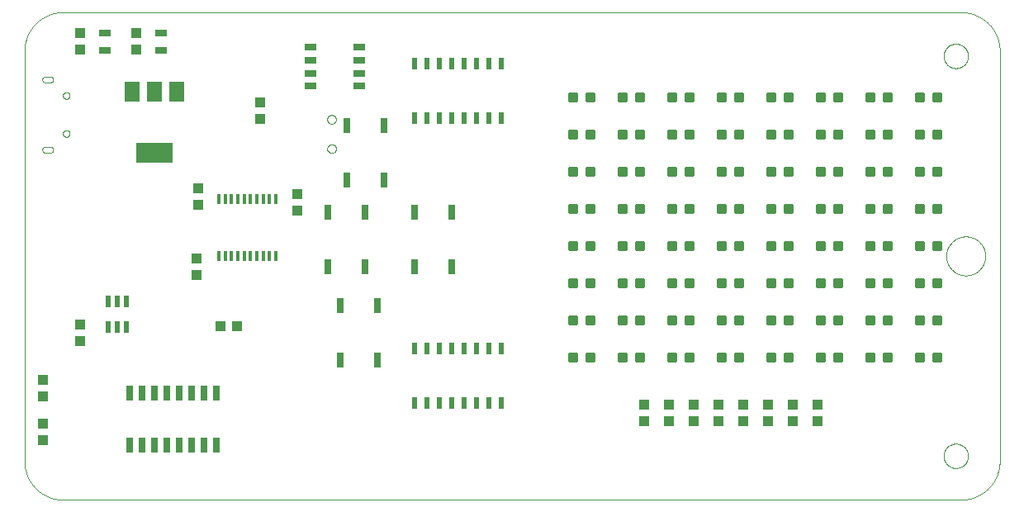
<source format=gtp>
G75*
%MOIN*%
%OFA0B0*%
%FSLAX25Y25*%
%IPPOS*%
%LPD*%
%AMOC8*
5,1,8,0,0,1.08239X$1,22.5*
%
%ADD10C,0.00000*%
%ADD11C,0.01181*%
%ADD12R,0.03937X0.04331*%
%ADD13R,0.02500X0.06000*%
%ADD14R,0.05900X0.07900*%
%ADD15R,0.15000X0.07900*%
%ADD16R,0.04724X0.03150*%
%ADD17R,0.01200X0.03900*%
%ADD18R,0.02362X0.04724*%
%ADD19R,0.03000X0.06000*%
%ADD20R,0.02165X0.04724*%
%ADD21R,0.04331X0.03937*%
%ADD22R,0.05000X0.02500*%
D10*
X0020048Y0004300D02*
X0382253Y0004300D01*
X0382634Y0004305D01*
X0383014Y0004318D01*
X0383394Y0004341D01*
X0383773Y0004374D01*
X0384151Y0004415D01*
X0384528Y0004465D01*
X0384904Y0004525D01*
X0385279Y0004593D01*
X0385651Y0004671D01*
X0386022Y0004758D01*
X0386390Y0004853D01*
X0386756Y0004958D01*
X0387119Y0005071D01*
X0387480Y0005193D01*
X0387837Y0005323D01*
X0388191Y0005463D01*
X0388542Y0005610D01*
X0388889Y0005767D01*
X0389232Y0005931D01*
X0389571Y0006104D01*
X0389906Y0006285D01*
X0390237Y0006474D01*
X0390562Y0006671D01*
X0390883Y0006875D01*
X0391199Y0007088D01*
X0391509Y0007308D01*
X0391815Y0007535D01*
X0392114Y0007770D01*
X0392408Y0008012D01*
X0392696Y0008260D01*
X0392978Y0008516D01*
X0393253Y0008779D01*
X0393522Y0009048D01*
X0393785Y0009323D01*
X0394041Y0009605D01*
X0394289Y0009893D01*
X0394531Y0010187D01*
X0394766Y0010486D01*
X0394993Y0010792D01*
X0395213Y0011102D01*
X0395426Y0011418D01*
X0395630Y0011739D01*
X0395827Y0012064D01*
X0396016Y0012395D01*
X0396197Y0012730D01*
X0396370Y0013069D01*
X0396534Y0013412D01*
X0396691Y0013759D01*
X0396838Y0014110D01*
X0396978Y0014464D01*
X0397108Y0014821D01*
X0397230Y0015182D01*
X0397343Y0015545D01*
X0397448Y0015911D01*
X0397543Y0016279D01*
X0397630Y0016650D01*
X0397708Y0017022D01*
X0397776Y0017397D01*
X0397836Y0017773D01*
X0397886Y0018150D01*
X0397927Y0018528D01*
X0397960Y0018907D01*
X0397983Y0019287D01*
X0397996Y0019667D01*
X0398001Y0020048D01*
X0398001Y0185402D01*
X0397996Y0185783D01*
X0397983Y0186163D01*
X0397960Y0186543D01*
X0397927Y0186922D01*
X0397886Y0187300D01*
X0397836Y0187677D01*
X0397776Y0188053D01*
X0397708Y0188428D01*
X0397630Y0188800D01*
X0397543Y0189171D01*
X0397448Y0189539D01*
X0397343Y0189905D01*
X0397230Y0190268D01*
X0397108Y0190629D01*
X0396978Y0190986D01*
X0396838Y0191340D01*
X0396691Y0191691D01*
X0396534Y0192038D01*
X0396370Y0192381D01*
X0396197Y0192720D01*
X0396016Y0193055D01*
X0395827Y0193386D01*
X0395630Y0193711D01*
X0395426Y0194032D01*
X0395213Y0194348D01*
X0394993Y0194658D01*
X0394766Y0194964D01*
X0394531Y0195263D01*
X0394289Y0195557D01*
X0394041Y0195845D01*
X0393785Y0196127D01*
X0393522Y0196402D01*
X0393253Y0196671D01*
X0392978Y0196934D01*
X0392696Y0197190D01*
X0392408Y0197438D01*
X0392114Y0197680D01*
X0391815Y0197915D01*
X0391509Y0198142D01*
X0391199Y0198362D01*
X0390883Y0198575D01*
X0390562Y0198779D01*
X0390237Y0198976D01*
X0389906Y0199165D01*
X0389571Y0199346D01*
X0389232Y0199519D01*
X0388889Y0199683D01*
X0388542Y0199840D01*
X0388191Y0199987D01*
X0387837Y0200127D01*
X0387480Y0200257D01*
X0387119Y0200379D01*
X0386756Y0200492D01*
X0386390Y0200597D01*
X0386022Y0200692D01*
X0385651Y0200779D01*
X0385279Y0200857D01*
X0384904Y0200925D01*
X0384528Y0200985D01*
X0384151Y0201035D01*
X0383773Y0201076D01*
X0383394Y0201109D01*
X0383014Y0201132D01*
X0382634Y0201145D01*
X0382253Y0201150D01*
X0020048Y0201150D01*
X0019667Y0201145D01*
X0019287Y0201132D01*
X0018907Y0201109D01*
X0018528Y0201076D01*
X0018150Y0201035D01*
X0017773Y0200985D01*
X0017397Y0200925D01*
X0017022Y0200857D01*
X0016650Y0200779D01*
X0016279Y0200692D01*
X0015911Y0200597D01*
X0015545Y0200492D01*
X0015182Y0200379D01*
X0014821Y0200257D01*
X0014464Y0200127D01*
X0014110Y0199987D01*
X0013759Y0199840D01*
X0013412Y0199683D01*
X0013069Y0199519D01*
X0012730Y0199346D01*
X0012395Y0199165D01*
X0012064Y0198976D01*
X0011739Y0198779D01*
X0011418Y0198575D01*
X0011102Y0198362D01*
X0010792Y0198142D01*
X0010486Y0197915D01*
X0010187Y0197680D01*
X0009893Y0197438D01*
X0009605Y0197190D01*
X0009323Y0196934D01*
X0009048Y0196671D01*
X0008779Y0196402D01*
X0008516Y0196127D01*
X0008260Y0195845D01*
X0008012Y0195557D01*
X0007770Y0195263D01*
X0007535Y0194964D01*
X0007308Y0194658D01*
X0007088Y0194348D01*
X0006875Y0194032D01*
X0006671Y0193711D01*
X0006474Y0193386D01*
X0006285Y0193055D01*
X0006104Y0192720D01*
X0005931Y0192381D01*
X0005767Y0192038D01*
X0005610Y0191691D01*
X0005463Y0191340D01*
X0005323Y0190986D01*
X0005193Y0190629D01*
X0005071Y0190268D01*
X0004958Y0189905D01*
X0004853Y0189539D01*
X0004758Y0189171D01*
X0004671Y0188800D01*
X0004593Y0188428D01*
X0004525Y0188053D01*
X0004465Y0187677D01*
X0004415Y0187300D01*
X0004374Y0186922D01*
X0004341Y0186543D01*
X0004318Y0186163D01*
X0004305Y0185783D01*
X0004300Y0185402D01*
X0004300Y0020048D01*
X0004305Y0019667D01*
X0004318Y0019287D01*
X0004341Y0018907D01*
X0004374Y0018528D01*
X0004415Y0018150D01*
X0004465Y0017773D01*
X0004525Y0017397D01*
X0004593Y0017022D01*
X0004671Y0016650D01*
X0004758Y0016279D01*
X0004853Y0015911D01*
X0004958Y0015545D01*
X0005071Y0015182D01*
X0005193Y0014821D01*
X0005323Y0014464D01*
X0005463Y0014110D01*
X0005610Y0013759D01*
X0005767Y0013412D01*
X0005931Y0013069D01*
X0006104Y0012730D01*
X0006285Y0012395D01*
X0006474Y0012064D01*
X0006671Y0011739D01*
X0006875Y0011418D01*
X0007088Y0011102D01*
X0007308Y0010792D01*
X0007535Y0010486D01*
X0007770Y0010187D01*
X0008012Y0009893D01*
X0008260Y0009605D01*
X0008516Y0009323D01*
X0008779Y0009048D01*
X0009048Y0008779D01*
X0009323Y0008516D01*
X0009605Y0008260D01*
X0009893Y0008012D01*
X0010187Y0007770D01*
X0010486Y0007535D01*
X0010792Y0007308D01*
X0011102Y0007088D01*
X0011418Y0006875D01*
X0011739Y0006671D01*
X0012064Y0006474D01*
X0012395Y0006285D01*
X0012730Y0006104D01*
X0013069Y0005931D01*
X0013412Y0005767D01*
X0013759Y0005610D01*
X0014110Y0005463D01*
X0014464Y0005323D01*
X0014821Y0005193D01*
X0015182Y0005071D01*
X0015545Y0004958D01*
X0015911Y0004853D01*
X0016279Y0004758D01*
X0016650Y0004671D01*
X0017022Y0004593D01*
X0017397Y0004525D01*
X0017773Y0004465D01*
X0018150Y0004415D01*
X0018528Y0004374D01*
X0018907Y0004341D01*
X0019287Y0004318D01*
X0019667Y0004305D01*
X0020048Y0004300D01*
X0014930Y0144457D02*
X0012568Y0144457D01*
X0012502Y0144465D01*
X0012438Y0144477D01*
X0012374Y0144493D01*
X0012311Y0144512D01*
X0012250Y0144536D01*
X0012190Y0144563D01*
X0012132Y0144593D01*
X0012076Y0144627D01*
X0012022Y0144664D01*
X0011970Y0144705D01*
X0011921Y0144749D01*
X0011874Y0144795D01*
X0011831Y0144844D01*
X0011790Y0144896D01*
X0011753Y0144950D01*
X0011719Y0145006D01*
X0011689Y0145064D01*
X0011662Y0145124D01*
X0011638Y0145185D01*
X0011619Y0145248D01*
X0011603Y0145312D01*
X0011591Y0145376D01*
X0011583Y0145442D01*
X0011579Y0145507D01*
X0011579Y0145573D01*
X0011583Y0145638D01*
X0011583Y0145639D02*
X0011579Y0145704D01*
X0011579Y0145770D01*
X0011583Y0145835D01*
X0011591Y0145901D01*
X0011603Y0145965D01*
X0011619Y0146029D01*
X0011638Y0146092D01*
X0011662Y0146153D01*
X0011689Y0146213D01*
X0011719Y0146271D01*
X0011753Y0146327D01*
X0011790Y0146381D01*
X0011831Y0146433D01*
X0011874Y0146482D01*
X0011921Y0146528D01*
X0011970Y0146572D01*
X0012022Y0146613D01*
X0012076Y0146650D01*
X0012132Y0146684D01*
X0012190Y0146714D01*
X0012250Y0146741D01*
X0012311Y0146765D01*
X0012374Y0146784D01*
X0012438Y0146800D01*
X0012502Y0146812D01*
X0012568Y0146820D01*
X0014930Y0146820D01*
X0014929Y0146820D02*
X0014992Y0146812D01*
X0015054Y0146801D01*
X0015116Y0146786D01*
X0015176Y0146768D01*
X0015236Y0146746D01*
X0015294Y0146721D01*
X0015350Y0146692D01*
X0015405Y0146660D01*
X0015457Y0146625D01*
X0015508Y0146587D01*
X0015556Y0146547D01*
X0015602Y0146503D01*
X0015645Y0146457D01*
X0015686Y0146408D01*
X0015724Y0146357D01*
X0015758Y0146305D01*
X0015790Y0146250D01*
X0015818Y0146193D01*
X0015843Y0146135D01*
X0015864Y0146075D01*
X0015882Y0146015D01*
X0015896Y0145953D01*
X0015907Y0145891D01*
X0015914Y0145828D01*
X0015918Y0145765D01*
X0015917Y0145702D01*
X0015914Y0145639D01*
X0015914Y0145638D02*
X0015917Y0145575D01*
X0015918Y0145512D01*
X0015914Y0145449D01*
X0015907Y0145386D01*
X0015896Y0145324D01*
X0015882Y0145262D01*
X0015864Y0145202D01*
X0015843Y0145142D01*
X0015818Y0145084D01*
X0015790Y0145027D01*
X0015758Y0144972D01*
X0015724Y0144920D01*
X0015686Y0144869D01*
X0015645Y0144820D01*
X0015602Y0144774D01*
X0015556Y0144730D01*
X0015508Y0144690D01*
X0015457Y0144652D01*
X0015405Y0144617D01*
X0015350Y0144585D01*
X0015294Y0144556D01*
X0015236Y0144531D01*
X0015176Y0144509D01*
X0015116Y0144491D01*
X0015054Y0144476D01*
X0014992Y0144465D01*
X0014929Y0144457D01*
X0019851Y0152135D02*
X0019853Y0152209D01*
X0019859Y0152283D01*
X0019869Y0152356D01*
X0019883Y0152429D01*
X0019900Y0152501D01*
X0019922Y0152571D01*
X0019947Y0152641D01*
X0019976Y0152709D01*
X0020009Y0152775D01*
X0020045Y0152840D01*
X0020085Y0152902D01*
X0020127Y0152963D01*
X0020173Y0153021D01*
X0020222Y0153076D01*
X0020274Y0153129D01*
X0020329Y0153179D01*
X0020386Y0153225D01*
X0020446Y0153269D01*
X0020508Y0153309D01*
X0020572Y0153346D01*
X0020638Y0153380D01*
X0020706Y0153410D01*
X0020775Y0153436D01*
X0020846Y0153459D01*
X0020917Y0153477D01*
X0020990Y0153492D01*
X0021063Y0153503D01*
X0021137Y0153510D01*
X0021211Y0153513D01*
X0021284Y0153512D01*
X0021358Y0153507D01*
X0021432Y0153498D01*
X0021505Y0153485D01*
X0021577Y0153468D01*
X0021648Y0153448D01*
X0021718Y0153423D01*
X0021786Y0153395D01*
X0021853Y0153364D01*
X0021918Y0153328D01*
X0021981Y0153290D01*
X0022042Y0153248D01*
X0022101Y0153202D01*
X0022157Y0153154D01*
X0022210Y0153103D01*
X0022260Y0153049D01*
X0022308Y0152992D01*
X0022352Y0152933D01*
X0022394Y0152871D01*
X0022432Y0152808D01*
X0022466Y0152742D01*
X0022497Y0152675D01*
X0022524Y0152606D01*
X0022547Y0152536D01*
X0022567Y0152465D01*
X0022583Y0152392D01*
X0022595Y0152319D01*
X0022603Y0152246D01*
X0022607Y0152172D01*
X0022607Y0152098D01*
X0022603Y0152024D01*
X0022595Y0151951D01*
X0022583Y0151878D01*
X0022567Y0151805D01*
X0022547Y0151734D01*
X0022524Y0151664D01*
X0022497Y0151595D01*
X0022466Y0151528D01*
X0022432Y0151462D01*
X0022394Y0151399D01*
X0022352Y0151337D01*
X0022308Y0151278D01*
X0022260Y0151221D01*
X0022210Y0151167D01*
X0022157Y0151116D01*
X0022101Y0151068D01*
X0022042Y0151022D01*
X0021981Y0150980D01*
X0021918Y0150942D01*
X0021853Y0150906D01*
X0021786Y0150875D01*
X0021718Y0150847D01*
X0021648Y0150822D01*
X0021577Y0150802D01*
X0021505Y0150785D01*
X0021432Y0150772D01*
X0021358Y0150763D01*
X0021284Y0150758D01*
X0021211Y0150757D01*
X0021137Y0150760D01*
X0021063Y0150767D01*
X0020990Y0150778D01*
X0020917Y0150793D01*
X0020846Y0150811D01*
X0020775Y0150834D01*
X0020706Y0150860D01*
X0020638Y0150890D01*
X0020572Y0150924D01*
X0020508Y0150961D01*
X0020446Y0151001D01*
X0020386Y0151045D01*
X0020329Y0151091D01*
X0020274Y0151141D01*
X0020222Y0151194D01*
X0020173Y0151249D01*
X0020127Y0151307D01*
X0020085Y0151368D01*
X0020045Y0151430D01*
X0020009Y0151495D01*
X0019976Y0151561D01*
X0019947Y0151629D01*
X0019922Y0151699D01*
X0019900Y0151769D01*
X0019883Y0151841D01*
X0019869Y0151914D01*
X0019859Y0151987D01*
X0019853Y0152061D01*
X0019851Y0152135D01*
X0019851Y0167489D02*
X0019853Y0167563D01*
X0019859Y0167637D01*
X0019869Y0167710D01*
X0019883Y0167783D01*
X0019900Y0167855D01*
X0019922Y0167925D01*
X0019947Y0167995D01*
X0019976Y0168063D01*
X0020009Y0168129D01*
X0020045Y0168194D01*
X0020085Y0168256D01*
X0020127Y0168317D01*
X0020173Y0168375D01*
X0020222Y0168430D01*
X0020274Y0168483D01*
X0020329Y0168533D01*
X0020386Y0168579D01*
X0020446Y0168623D01*
X0020508Y0168663D01*
X0020572Y0168700D01*
X0020638Y0168734D01*
X0020706Y0168764D01*
X0020775Y0168790D01*
X0020846Y0168813D01*
X0020917Y0168831D01*
X0020990Y0168846D01*
X0021063Y0168857D01*
X0021137Y0168864D01*
X0021211Y0168867D01*
X0021284Y0168866D01*
X0021358Y0168861D01*
X0021432Y0168852D01*
X0021505Y0168839D01*
X0021577Y0168822D01*
X0021648Y0168802D01*
X0021718Y0168777D01*
X0021786Y0168749D01*
X0021853Y0168718D01*
X0021918Y0168682D01*
X0021981Y0168644D01*
X0022042Y0168602D01*
X0022101Y0168556D01*
X0022157Y0168508D01*
X0022210Y0168457D01*
X0022260Y0168403D01*
X0022308Y0168346D01*
X0022352Y0168287D01*
X0022394Y0168225D01*
X0022432Y0168162D01*
X0022466Y0168096D01*
X0022497Y0168029D01*
X0022524Y0167960D01*
X0022547Y0167890D01*
X0022567Y0167819D01*
X0022583Y0167746D01*
X0022595Y0167673D01*
X0022603Y0167600D01*
X0022607Y0167526D01*
X0022607Y0167452D01*
X0022603Y0167378D01*
X0022595Y0167305D01*
X0022583Y0167232D01*
X0022567Y0167159D01*
X0022547Y0167088D01*
X0022524Y0167018D01*
X0022497Y0166949D01*
X0022466Y0166882D01*
X0022432Y0166816D01*
X0022394Y0166753D01*
X0022352Y0166691D01*
X0022308Y0166632D01*
X0022260Y0166575D01*
X0022210Y0166521D01*
X0022157Y0166470D01*
X0022101Y0166422D01*
X0022042Y0166376D01*
X0021981Y0166334D01*
X0021918Y0166296D01*
X0021853Y0166260D01*
X0021786Y0166229D01*
X0021718Y0166201D01*
X0021648Y0166176D01*
X0021577Y0166156D01*
X0021505Y0166139D01*
X0021432Y0166126D01*
X0021358Y0166117D01*
X0021284Y0166112D01*
X0021211Y0166111D01*
X0021137Y0166114D01*
X0021063Y0166121D01*
X0020990Y0166132D01*
X0020917Y0166147D01*
X0020846Y0166165D01*
X0020775Y0166188D01*
X0020706Y0166214D01*
X0020638Y0166244D01*
X0020572Y0166278D01*
X0020508Y0166315D01*
X0020446Y0166355D01*
X0020386Y0166399D01*
X0020329Y0166445D01*
X0020274Y0166495D01*
X0020222Y0166548D01*
X0020173Y0166603D01*
X0020127Y0166661D01*
X0020085Y0166722D01*
X0020045Y0166784D01*
X0020009Y0166849D01*
X0019976Y0166915D01*
X0019947Y0166983D01*
X0019922Y0167053D01*
X0019900Y0167123D01*
X0019883Y0167195D01*
X0019869Y0167268D01*
X0019859Y0167341D01*
X0019853Y0167415D01*
X0019851Y0167489D01*
X0014930Y0172804D02*
X0012568Y0172804D01*
X0012502Y0172812D01*
X0012438Y0172824D01*
X0012374Y0172840D01*
X0012311Y0172859D01*
X0012250Y0172883D01*
X0012190Y0172910D01*
X0012132Y0172940D01*
X0012076Y0172974D01*
X0012022Y0173011D01*
X0011970Y0173052D01*
X0011921Y0173096D01*
X0011874Y0173142D01*
X0011831Y0173191D01*
X0011790Y0173243D01*
X0011753Y0173297D01*
X0011719Y0173353D01*
X0011689Y0173411D01*
X0011662Y0173471D01*
X0011638Y0173532D01*
X0011619Y0173595D01*
X0011603Y0173659D01*
X0011591Y0173723D01*
X0011583Y0173789D01*
X0011579Y0173854D01*
X0011579Y0173920D01*
X0011583Y0173985D01*
X0011579Y0174050D01*
X0011579Y0174116D01*
X0011583Y0174181D01*
X0011591Y0174247D01*
X0011603Y0174311D01*
X0011619Y0174375D01*
X0011638Y0174438D01*
X0011662Y0174499D01*
X0011689Y0174559D01*
X0011719Y0174617D01*
X0011753Y0174673D01*
X0011790Y0174727D01*
X0011831Y0174779D01*
X0011874Y0174828D01*
X0011921Y0174874D01*
X0011970Y0174918D01*
X0012022Y0174959D01*
X0012076Y0174996D01*
X0012132Y0175030D01*
X0012190Y0175060D01*
X0012250Y0175087D01*
X0012311Y0175111D01*
X0012374Y0175130D01*
X0012438Y0175146D01*
X0012502Y0175158D01*
X0012568Y0175166D01*
X0014930Y0175166D01*
X0014929Y0175166D02*
X0014992Y0175158D01*
X0015054Y0175147D01*
X0015116Y0175132D01*
X0015176Y0175114D01*
X0015236Y0175092D01*
X0015294Y0175067D01*
X0015350Y0175038D01*
X0015405Y0175006D01*
X0015457Y0174971D01*
X0015508Y0174933D01*
X0015556Y0174893D01*
X0015602Y0174849D01*
X0015645Y0174803D01*
X0015686Y0174754D01*
X0015724Y0174703D01*
X0015758Y0174651D01*
X0015790Y0174596D01*
X0015818Y0174539D01*
X0015843Y0174481D01*
X0015864Y0174421D01*
X0015882Y0174361D01*
X0015896Y0174299D01*
X0015907Y0174237D01*
X0015914Y0174174D01*
X0015918Y0174111D01*
X0015917Y0174048D01*
X0015914Y0173985D01*
X0015917Y0173922D01*
X0015918Y0173859D01*
X0015914Y0173796D01*
X0015907Y0173733D01*
X0015896Y0173671D01*
X0015882Y0173609D01*
X0015864Y0173549D01*
X0015843Y0173489D01*
X0015818Y0173431D01*
X0015790Y0173374D01*
X0015758Y0173319D01*
X0015724Y0173267D01*
X0015686Y0173216D01*
X0015645Y0173167D01*
X0015602Y0173121D01*
X0015556Y0173077D01*
X0015508Y0173037D01*
X0015457Y0172999D01*
X0015405Y0172964D01*
X0015350Y0172932D01*
X0015294Y0172903D01*
X0015236Y0172878D01*
X0015176Y0172856D01*
X0015116Y0172838D01*
X0015054Y0172823D01*
X0014992Y0172812D01*
X0014929Y0172804D01*
X0126544Y0157843D02*
X0126546Y0157927D01*
X0126552Y0158010D01*
X0126562Y0158093D01*
X0126576Y0158176D01*
X0126593Y0158258D01*
X0126615Y0158339D01*
X0126640Y0158418D01*
X0126669Y0158497D01*
X0126702Y0158574D01*
X0126738Y0158649D01*
X0126778Y0158723D01*
X0126821Y0158795D01*
X0126868Y0158864D01*
X0126918Y0158931D01*
X0126971Y0158996D01*
X0127027Y0159058D01*
X0127085Y0159118D01*
X0127147Y0159175D01*
X0127211Y0159228D01*
X0127278Y0159279D01*
X0127347Y0159326D01*
X0127418Y0159371D01*
X0127491Y0159411D01*
X0127566Y0159448D01*
X0127643Y0159482D01*
X0127721Y0159512D01*
X0127800Y0159538D01*
X0127881Y0159561D01*
X0127963Y0159579D01*
X0128045Y0159594D01*
X0128128Y0159605D01*
X0128211Y0159612D01*
X0128295Y0159615D01*
X0128379Y0159614D01*
X0128462Y0159609D01*
X0128546Y0159600D01*
X0128628Y0159587D01*
X0128710Y0159571D01*
X0128791Y0159550D01*
X0128872Y0159526D01*
X0128950Y0159498D01*
X0129028Y0159466D01*
X0129104Y0159430D01*
X0129178Y0159391D01*
X0129250Y0159349D01*
X0129320Y0159303D01*
X0129388Y0159254D01*
X0129453Y0159202D01*
X0129516Y0159147D01*
X0129576Y0159089D01*
X0129634Y0159028D01*
X0129688Y0158964D01*
X0129740Y0158898D01*
X0129788Y0158830D01*
X0129833Y0158759D01*
X0129874Y0158686D01*
X0129913Y0158612D01*
X0129947Y0158536D01*
X0129978Y0158458D01*
X0130005Y0158379D01*
X0130029Y0158298D01*
X0130048Y0158217D01*
X0130064Y0158135D01*
X0130076Y0158052D01*
X0130084Y0157968D01*
X0130088Y0157885D01*
X0130088Y0157801D01*
X0130084Y0157718D01*
X0130076Y0157634D01*
X0130064Y0157551D01*
X0130048Y0157469D01*
X0130029Y0157388D01*
X0130005Y0157307D01*
X0129978Y0157228D01*
X0129947Y0157150D01*
X0129913Y0157074D01*
X0129874Y0157000D01*
X0129833Y0156927D01*
X0129788Y0156856D01*
X0129740Y0156788D01*
X0129688Y0156722D01*
X0129634Y0156658D01*
X0129576Y0156597D01*
X0129516Y0156539D01*
X0129453Y0156484D01*
X0129388Y0156432D01*
X0129320Y0156383D01*
X0129250Y0156337D01*
X0129178Y0156295D01*
X0129104Y0156256D01*
X0129028Y0156220D01*
X0128950Y0156188D01*
X0128872Y0156160D01*
X0128791Y0156136D01*
X0128710Y0156115D01*
X0128628Y0156099D01*
X0128546Y0156086D01*
X0128462Y0156077D01*
X0128379Y0156072D01*
X0128295Y0156071D01*
X0128211Y0156074D01*
X0128128Y0156081D01*
X0128045Y0156092D01*
X0127963Y0156107D01*
X0127881Y0156125D01*
X0127800Y0156148D01*
X0127721Y0156174D01*
X0127643Y0156204D01*
X0127566Y0156238D01*
X0127491Y0156275D01*
X0127418Y0156315D01*
X0127347Y0156360D01*
X0127278Y0156407D01*
X0127211Y0156458D01*
X0127147Y0156511D01*
X0127085Y0156568D01*
X0127027Y0156628D01*
X0126971Y0156690D01*
X0126918Y0156755D01*
X0126868Y0156822D01*
X0126821Y0156891D01*
X0126778Y0156963D01*
X0126738Y0157037D01*
X0126702Y0157112D01*
X0126669Y0157189D01*
X0126640Y0157268D01*
X0126615Y0157347D01*
X0126593Y0157428D01*
X0126576Y0157510D01*
X0126562Y0157593D01*
X0126552Y0157676D01*
X0126546Y0157759D01*
X0126544Y0157843D01*
X0126544Y0146032D02*
X0126546Y0146116D01*
X0126552Y0146199D01*
X0126562Y0146282D01*
X0126576Y0146365D01*
X0126593Y0146447D01*
X0126615Y0146528D01*
X0126640Y0146607D01*
X0126669Y0146686D01*
X0126702Y0146763D01*
X0126738Y0146838D01*
X0126778Y0146912D01*
X0126821Y0146984D01*
X0126868Y0147053D01*
X0126918Y0147120D01*
X0126971Y0147185D01*
X0127027Y0147247D01*
X0127085Y0147307D01*
X0127147Y0147364D01*
X0127211Y0147417D01*
X0127278Y0147468D01*
X0127347Y0147515D01*
X0127418Y0147560D01*
X0127491Y0147600D01*
X0127566Y0147637D01*
X0127643Y0147671D01*
X0127721Y0147701D01*
X0127800Y0147727D01*
X0127881Y0147750D01*
X0127963Y0147768D01*
X0128045Y0147783D01*
X0128128Y0147794D01*
X0128211Y0147801D01*
X0128295Y0147804D01*
X0128379Y0147803D01*
X0128462Y0147798D01*
X0128546Y0147789D01*
X0128628Y0147776D01*
X0128710Y0147760D01*
X0128791Y0147739D01*
X0128872Y0147715D01*
X0128950Y0147687D01*
X0129028Y0147655D01*
X0129104Y0147619D01*
X0129178Y0147580D01*
X0129250Y0147538D01*
X0129320Y0147492D01*
X0129388Y0147443D01*
X0129453Y0147391D01*
X0129516Y0147336D01*
X0129576Y0147278D01*
X0129634Y0147217D01*
X0129688Y0147153D01*
X0129740Y0147087D01*
X0129788Y0147019D01*
X0129833Y0146948D01*
X0129874Y0146875D01*
X0129913Y0146801D01*
X0129947Y0146725D01*
X0129978Y0146647D01*
X0130005Y0146568D01*
X0130029Y0146487D01*
X0130048Y0146406D01*
X0130064Y0146324D01*
X0130076Y0146241D01*
X0130084Y0146157D01*
X0130088Y0146074D01*
X0130088Y0145990D01*
X0130084Y0145907D01*
X0130076Y0145823D01*
X0130064Y0145740D01*
X0130048Y0145658D01*
X0130029Y0145577D01*
X0130005Y0145496D01*
X0129978Y0145417D01*
X0129947Y0145339D01*
X0129913Y0145263D01*
X0129874Y0145189D01*
X0129833Y0145116D01*
X0129788Y0145045D01*
X0129740Y0144977D01*
X0129688Y0144911D01*
X0129634Y0144847D01*
X0129576Y0144786D01*
X0129516Y0144728D01*
X0129453Y0144673D01*
X0129388Y0144621D01*
X0129320Y0144572D01*
X0129250Y0144526D01*
X0129178Y0144484D01*
X0129104Y0144445D01*
X0129028Y0144409D01*
X0128950Y0144377D01*
X0128872Y0144349D01*
X0128791Y0144325D01*
X0128710Y0144304D01*
X0128628Y0144288D01*
X0128546Y0144275D01*
X0128462Y0144266D01*
X0128379Y0144261D01*
X0128295Y0144260D01*
X0128211Y0144263D01*
X0128128Y0144270D01*
X0128045Y0144281D01*
X0127963Y0144296D01*
X0127881Y0144314D01*
X0127800Y0144337D01*
X0127721Y0144363D01*
X0127643Y0144393D01*
X0127566Y0144427D01*
X0127491Y0144464D01*
X0127418Y0144504D01*
X0127347Y0144549D01*
X0127278Y0144596D01*
X0127211Y0144647D01*
X0127147Y0144700D01*
X0127085Y0144757D01*
X0127027Y0144817D01*
X0126971Y0144879D01*
X0126918Y0144944D01*
X0126868Y0145011D01*
X0126821Y0145080D01*
X0126778Y0145152D01*
X0126738Y0145226D01*
X0126702Y0145301D01*
X0126669Y0145378D01*
X0126640Y0145457D01*
X0126615Y0145536D01*
X0126593Y0145617D01*
X0126576Y0145699D01*
X0126562Y0145782D01*
X0126552Y0145865D01*
X0126546Y0145948D01*
X0126544Y0146032D01*
X0375363Y0183434D02*
X0375365Y0183574D01*
X0375371Y0183714D01*
X0375381Y0183853D01*
X0375395Y0183992D01*
X0375413Y0184131D01*
X0375434Y0184269D01*
X0375460Y0184407D01*
X0375490Y0184544D01*
X0375523Y0184679D01*
X0375561Y0184814D01*
X0375602Y0184948D01*
X0375647Y0185081D01*
X0375695Y0185212D01*
X0375748Y0185341D01*
X0375804Y0185470D01*
X0375863Y0185596D01*
X0375927Y0185721D01*
X0375993Y0185844D01*
X0376064Y0185965D01*
X0376137Y0186084D01*
X0376214Y0186201D01*
X0376295Y0186315D01*
X0376378Y0186427D01*
X0376465Y0186537D01*
X0376555Y0186645D01*
X0376647Y0186749D01*
X0376743Y0186851D01*
X0376842Y0186951D01*
X0376943Y0187047D01*
X0377047Y0187141D01*
X0377154Y0187231D01*
X0377263Y0187318D01*
X0377375Y0187403D01*
X0377489Y0187484D01*
X0377605Y0187562D01*
X0377723Y0187636D01*
X0377844Y0187707D01*
X0377966Y0187775D01*
X0378091Y0187839D01*
X0378217Y0187900D01*
X0378344Y0187957D01*
X0378474Y0188010D01*
X0378605Y0188060D01*
X0378737Y0188105D01*
X0378870Y0188148D01*
X0379005Y0188186D01*
X0379140Y0188220D01*
X0379277Y0188251D01*
X0379414Y0188278D01*
X0379552Y0188300D01*
X0379691Y0188319D01*
X0379830Y0188334D01*
X0379969Y0188345D01*
X0380109Y0188352D01*
X0380249Y0188355D01*
X0380389Y0188354D01*
X0380529Y0188349D01*
X0380668Y0188340D01*
X0380808Y0188327D01*
X0380947Y0188310D01*
X0381085Y0188289D01*
X0381223Y0188265D01*
X0381360Y0188236D01*
X0381496Y0188204D01*
X0381631Y0188167D01*
X0381765Y0188127D01*
X0381898Y0188083D01*
X0382029Y0188035D01*
X0382159Y0187984D01*
X0382288Y0187929D01*
X0382415Y0187870D01*
X0382540Y0187807D01*
X0382663Y0187742D01*
X0382785Y0187672D01*
X0382904Y0187599D01*
X0383022Y0187523D01*
X0383137Y0187444D01*
X0383250Y0187361D01*
X0383360Y0187275D01*
X0383468Y0187186D01*
X0383573Y0187094D01*
X0383676Y0186999D01*
X0383776Y0186901D01*
X0383873Y0186801D01*
X0383967Y0186697D01*
X0384059Y0186591D01*
X0384147Y0186483D01*
X0384232Y0186372D01*
X0384314Y0186258D01*
X0384393Y0186142D01*
X0384468Y0186025D01*
X0384540Y0185905D01*
X0384608Y0185783D01*
X0384673Y0185659D01*
X0384735Y0185533D01*
X0384793Y0185406D01*
X0384847Y0185277D01*
X0384898Y0185146D01*
X0384944Y0185014D01*
X0384987Y0184881D01*
X0385027Y0184747D01*
X0385062Y0184612D01*
X0385094Y0184475D01*
X0385121Y0184338D01*
X0385145Y0184200D01*
X0385165Y0184062D01*
X0385181Y0183923D01*
X0385193Y0183783D01*
X0385201Y0183644D01*
X0385205Y0183504D01*
X0385205Y0183364D01*
X0385201Y0183224D01*
X0385193Y0183085D01*
X0385181Y0182945D01*
X0385165Y0182806D01*
X0385145Y0182668D01*
X0385121Y0182530D01*
X0385094Y0182393D01*
X0385062Y0182256D01*
X0385027Y0182121D01*
X0384987Y0181987D01*
X0384944Y0181854D01*
X0384898Y0181722D01*
X0384847Y0181591D01*
X0384793Y0181462D01*
X0384735Y0181335D01*
X0384673Y0181209D01*
X0384608Y0181085D01*
X0384540Y0180963D01*
X0384468Y0180843D01*
X0384393Y0180726D01*
X0384314Y0180610D01*
X0384232Y0180496D01*
X0384147Y0180385D01*
X0384059Y0180277D01*
X0383967Y0180171D01*
X0383873Y0180067D01*
X0383776Y0179967D01*
X0383676Y0179869D01*
X0383573Y0179774D01*
X0383468Y0179682D01*
X0383360Y0179593D01*
X0383250Y0179507D01*
X0383137Y0179424D01*
X0383022Y0179345D01*
X0382904Y0179269D01*
X0382785Y0179196D01*
X0382663Y0179126D01*
X0382540Y0179061D01*
X0382415Y0178998D01*
X0382288Y0178939D01*
X0382159Y0178884D01*
X0382029Y0178833D01*
X0381898Y0178785D01*
X0381765Y0178741D01*
X0381631Y0178701D01*
X0381496Y0178664D01*
X0381360Y0178632D01*
X0381223Y0178603D01*
X0381085Y0178579D01*
X0380947Y0178558D01*
X0380808Y0178541D01*
X0380668Y0178528D01*
X0380529Y0178519D01*
X0380389Y0178514D01*
X0380249Y0178513D01*
X0380109Y0178516D01*
X0379969Y0178523D01*
X0379830Y0178534D01*
X0379691Y0178549D01*
X0379552Y0178568D01*
X0379414Y0178590D01*
X0379277Y0178617D01*
X0379140Y0178648D01*
X0379005Y0178682D01*
X0378870Y0178720D01*
X0378737Y0178763D01*
X0378605Y0178808D01*
X0378474Y0178858D01*
X0378344Y0178911D01*
X0378217Y0178968D01*
X0378091Y0179029D01*
X0377966Y0179093D01*
X0377844Y0179161D01*
X0377723Y0179232D01*
X0377605Y0179306D01*
X0377489Y0179384D01*
X0377375Y0179465D01*
X0377263Y0179550D01*
X0377154Y0179637D01*
X0377047Y0179727D01*
X0376943Y0179821D01*
X0376842Y0179917D01*
X0376743Y0180017D01*
X0376647Y0180119D01*
X0376555Y0180223D01*
X0376465Y0180331D01*
X0376378Y0180441D01*
X0376295Y0180553D01*
X0376214Y0180667D01*
X0376137Y0180784D01*
X0376064Y0180903D01*
X0375993Y0181024D01*
X0375927Y0181147D01*
X0375863Y0181272D01*
X0375804Y0181398D01*
X0375748Y0181527D01*
X0375695Y0181656D01*
X0375647Y0181787D01*
X0375602Y0181920D01*
X0375561Y0182054D01*
X0375523Y0182189D01*
X0375490Y0182324D01*
X0375460Y0182461D01*
X0375434Y0182599D01*
X0375413Y0182737D01*
X0375395Y0182876D01*
X0375381Y0183015D01*
X0375371Y0183154D01*
X0375365Y0183294D01*
X0375363Y0183434D01*
X0376426Y0102725D02*
X0376428Y0102918D01*
X0376435Y0103111D01*
X0376447Y0103304D01*
X0376464Y0103497D01*
X0376485Y0103689D01*
X0376511Y0103880D01*
X0376542Y0104071D01*
X0376577Y0104261D01*
X0376617Y0104450D01*
X0376662Y0104638D01*
X0376711Y0104825D01*
X0376765Y0105011D01*
X0376823Y0105195D01*
X0376886Y0105378D01*
X0376954Y0105559D01*
X0377025Y0105738D01*
X0377102Y0105916D01*
X0377182Y0106092D01*
X0377267Y0106265D01*
X0377356Y0106437D01*
X0377449Y0106606D01*
X0377546Y0106773D01*
X0377648Y0106938D01*
X0377753Y0107100D01*
X0377862Y0107259D01*
X0377976Y0107416D01*
X0378093Y0107569D01*
X0378213Y0107720D01*
X0378338Y0107868D01*
X0378466Y0108013D01*
X0378597Y0108154D01*
X0378732Y0108293D01*
X0378871Y0108428D01*
X0379012Y0108559D01*
X0379157Y0108687D01*
X0379305Y0108812D01*
X0379456Y0108932D01*
X0379609Y0109049D01*
X0379766Y0109163D01*
X0379925Y0109272D01*
X0380087Y0109377D01*
X0380252Y0109479D01*
X0380419Y0109576D01*
X0380588Y0109669D01*
X0380760Y0109758D01*
X0380933Y0109843D01*
X0381109Y0109923D01*
X0381287Y0110000D01*
X0381466Y0110071D01*
X0381647Y0110139D01*
X0381830Y0110202D01*
X0382014Y0110260D01*
X0382200Y0110314D01*
X0382387Y0110363D01*
X0382575Y0110408D01*
X0382764Y0110448D01*
X0382954Y0110483D01*
X0383145Y0110514D01*
X0383336Y0110540D01*
X0383528Y0110561D01*
X0383721Y0110578D01*
X0383914Y0110590D01*
X0384107Y0110597D01*
X0384300Y0110599D01*
X0384493Y0110597D01*
X0384686Y0110590D01*
X0384879Y0110578D01*
X0385072Y0110561D01*
X0385264Y0110540D01*
X0385455Y0110514D01*
X0385646Y0110483D01*
X0385836Y0110448D01*
X0386025Y0110408D01*
X0386213Y0110363D01*
X0386400Y0110314D01*
X0386586Y0110260D01*
X0386770Y0110202D01*
X0386953Y0110139D01*
X0387134Y0110071D01*
X0387313Y0110000D01*
X0387491Y0109923D01*
X0387667Y0109843D01*
X0387840Y0109758D01*
X0388012Y0109669D01*
X0388181Y0109576D01*
X0388348Y0109479D01*
X0388513Y0109377D01*
X0388675Y0109272D01*
X0388834Y0109163D01*
X0388991Y0109049D01*
X0389144Y0108932D01*
X0389295Y0108812D01*
X0389443Y0108687D01*
X0389588Y0108559D01*
X0389729Y0108428D01*
X0389868Y0108293D01*
X0390003Y0108154D01*
X0390134Y0108013D01*
X0390262Y0107868D01*
X0390387Y0107720D01*
X0390507Y0107569D01*
X0390624Y0107416D01*
X0390738Y0107259D01*
X0390847Y0107100D01*
X0390952Y0106938D01*
X0391054Y0106773D01*
X0391151Y0106606D01*
X0391244Y0106437D01*
X0391333Y0106265D01*
X0391418Y0106092D01*
X0391498Y0105916D01*
X0391575Y0105738D01*
X0391646Y0105559D01*
X0391714Y0105378D01*
X0391777Y0105195D01*
X0391835Y0105011D01*
X0391889Y0104825D01*
X0391938Y0104638D01*
X0391983Y0104450D01*
X0392023Y0104261D01*
X0392058Y0104071D01*
X0392089Y0103880D01*
X0392115Y0103689D01*
X0392136Y0103497D01*
X0392153Y0103304D01*
X0392165Y0103111D01*
X0392172Y0102918D01*
X0392174Y0102725D01*
X0392172Y0102532D01*
X0392165Y0102339D01*
X0392153Y0102146D01*
X0392136Y0101953D01*
X0392115Y0101761D01*
X0392089Y0101570D01*
X0392058Y0101379D01*
X0392023Y0101189D01*
X0391983Y0101000D01*
X0391938Y0100812D01*
X0391889Y0100625D01*
X0391835Y0100439D01*
X0391777Y0100255D01*
X0391714Y0100072D01*
X0391646Y0099891D01*
X0391575Y0099712D01*
X0391498Y0099534D01*
X0391418Y0099358D01*
X0391333Y0099185D01*
X0391244Y0099013D01*
X0391151Y0098844D01*
X0391054Y0098677D01*
X0390952Y0098512D01*
X0390847Y0098350D01*
X0390738Y0098191D01*
X0390624Y0098034D01*
X0390507Y0097881D01*
X0390387Y0097730D01*
X0390262Y0097582D01*
X0390134Y0097437D01*
X0390003Y0097296D01*
X0389868Y0097157D01*
X0389729Y0097022D01*
X0389588Y0096891D01*
X0389443Y0096763D01*
X0389295Y0096638D01*
X0389144Y0096518D01*
X0388991Y0096401D01*
X0388834Y0096287D01*
X0388675Y0096178D01*
X0388513Y0096073D01*
X0388348Y0095971D01*
X0388181Y0095874D01*
X0388012Y0095781D01*
X0387840Y0095692D01*
X0387667Y0095607D01*
X0387491Y0095527D01*
X0387313Y0095450D01*
X0387134Y0095379D01*
X0386953Y0095311D01*
X0386770Y0095248D01*
X0386586Y0095190D01*
X0386400Y0095136D01*
X0386213Y0095087D01*
X0386025Y0095042D01*
X0385836Y0095002D01*
X0385646Y0094967D01*
X0385455Y0094936D01*
X0385264Y0094910D01*
X0385072Y0094889D01*
X0384879Y0094872D01*
X0384686Y0094860D01*
X0384493Y0094853D01*
X0384300Y0094851D01*
X0384107Y0094853D01*
X0383914Y0094860D01*
X0383721Y0094872D01*
X0383528Y0094889D01*
X0383336Y0094910D01*
X0383145Y0094936D01*
X0382954Y0094967D01*
X0382764Y0095002D01*
X0382575Y0095042D01*
X0382387Y0095087D01*
X0382200Y0095136D01*
X0382014Y0095190D01*
X0381830Y0095248D01*
X0381647Y0095311D01*
X0381466Y0095379D01*
X0381287Y0095450D01*
X0381109Y0095527D01*
X0380933Y0095607D01*
X0380760Y0095692D01*
X0380588Y0095781D01*
X0380419Y0095874D01*
X0380252Y0095971D01*
X0380087Y0096073D01*
X0379925Y0096178D01*
X0379766Y0096287D01*
X0379609Y0096401D01*
X0379456Y0096518D01*
X0379305Y0096638D01*
X0379157Y0096763D01*
X0379012Y0096891D01*
X0378871Y0097022D01*
X0378732Y0097157D01*
X0378597Y0097296D01*
X0378466Y0097437D01*
X0378338Y0097582D01*
X0378213Y0097730D01*
X0378093Y0097881D01*
X0377976Y0098034D01*
X0377862Y0098191D01*
X0377753Y0098350D01*
X0377648Y0098512D01*
X0377546Y0098677D01*
X0377449Y0098844D01*
X0377356Y0099013D01*
X0377267Y0099185D01*
X0377182Y0099358D01*
X0377102Y0099534D01*
X0377025Y0099712D01*
X0376954Y0099891D01*
X0376886Y0100072D01*
X0376823Y0100255D01*
X0376765Y0100439D01*
X0376711Y0100625D01*
X0376662Y0100812D01*
X0376617Y0101000D01*
X0376577Y0101189D01*
X0376542Y0101379D01*
X0376511Y0101570D01*
X0376485Y0101761D01*
X0376464Y0101953D01*
X0376447Y0102146D01*
X0376435Y0102339D01*
X0376428Y0102532D01*
X0376426Y0102725D01*
X0375363Y0022017D02*
X0375365Y0022157D01*
X0375371Y0022297D01*
X0375381Y0022436D01*
X0375395Y0022575D01*
X0375413Y0022714D01*
X0375434Y0022852D01*
X0375460Y0022990D01*
X0375490Y0023127D01*
X0375523Y0023262D01*
X0375561Y0023397D01*
X0375602Y0023531D01*
X0375647Y0023664D01*
X0375695Y0023795D01*
X0375748Y0023924D01*
X0375804Y0024053D01*
X0375863Y0024179D01*
X0375927Y0024304D01*
X0375993Y0024427D01*
X0376064Y0024548D01*
X0376137Y0024667D01*
X0376214Y0024784D01*
X0376295Y0024898D01*
X0376378Y0025010D01*
X0376465Y0025120D01*
X0376555Y0025228D01*
X0376647Y0025332D01*
X0376743Y0025434D01*
X0376842Y0025534D01*
X0376943Y0025630D01*
X0377047Y0025724D01*
X0377154Y0025814D01*
X0377263Y0025901D01*
X0377375Y0025986D01*
X0377489Y0026067D01*
X0377605Y0026145D01*
X0377723Y0026219D01*
X0377844Y0026290D01*
X0377966Y0026358D01*
X0378091Y0026422D01*
X0378217Y0026483D01*
X0378344Y0026540D01*
X0378474Y0026593D01*
X0378605Y0026643D01*
X0378737Y0026688D01*
X0378870Y0026731D01*
X0379005Y0026769D01*
X0379140Y0026803D01*
X0379277Y0026834D01*
X0379414Y0026861D01*
X0379552Y0026883D01*
X0379691Y0026902D01*
X0379830Y0026917D01*
X0379969Y0026928D01*
X0380109Y0026935D01*
X0380249Y0026938D01*
X0380389Y0026937D01*
X0380529Y0026932D01*
X0380668Y0026923D01*
X0380808Y0026910D01*
X0380947Y0026893D01*
X0381085Y0026872D01*
X0381223Y0026848D01*
X0381360Y0026819D01*
X0381496Y0026787D01*
X0381631Y0026750D01*
X0381765Y0026710D01*
X0381898Y0026666D01*
X0382029Y0026618D01*
X0382159Y0026567D01*
X0382288Y0026512D01*
X0382415Y0026453D01*
X0382540Y0026390D01*
X0382663Y0026325D01*
X0382785Y0026255D01*
X0382904Y0026182D01*
X0383022Y0026106D01*
X0383137Y0026027D01*
X0383250Y0025944D01*
X0383360Y0025858D01*
X0383468Y0025769D01*
X0383573Y0025677D01*
X0383676Y0025582D01*
X0383776Y0025484D01*
X0383873Y0025384D01*
X0383967Y0025280D01*
X0384059Y0025174D01*
X0384147Y0025066D01*
X0384232Y0024955D01*
X0384314Y0024841D01*
X0384393Y0024725D01*
X0384468Y0024608D01*
X0384540Y0024488D01*
X0384608Y0024366D01*
X0384673Y0024242D01*
X0384735Y0024116D01*
X0384793Y0023989D01*
X0384847Y0023860D01*
X0384898Y0023729D01*
X0384944Y0023597D01*
X0384987Y0023464D01*
X0385027Y0023330D01*
X0385062Y0023195D01*
X0385094Y0023058D01*
X0385121Y0022921D01*
X0385145Y0022783D01*
X0385165Y0022645D01*
X0385181Y0022506D01*
X0385193Y0022366D01*
X0385201Y0022227D01*
X0385205Y0022087D01*
X0385205Y0021947D01*
X0385201Y0021807D01*
X0385193Y0021668D01*
X0385181Y0021528D01*
X0385165Y0021389D01*
X0385145Y0021251D01*
X0385121Y0021113D01*
X0385094Y0020976D01*
X0385062Y0020839D01*
X0385027Y0020704D01*
X0384987Y0020570D01*
X0384944Y0020437D01*
X0384898Y0020305D01*
X0384847Y0020174D01*
X0384793Y0020045D01*
X0384735Y0019918D01*
X0384673Y0019792D01*
X0384608Y0019668D01*
X0384540Y0019546D01*
X0384468Y0019426D01*
X0384393Y0019309D01*
X0384314Y0019193D01*
X0384232Y0019079D01*
X0384147Y0018968D01*
X0384059Y0018860D01*
X0383967Y0018754D01*
X0383873Y0018650D01*
X0383776Y0018550D01*
X0383676Y0018452D01*
X0383573Y0018357D01*
X0383468Y0018265D01*
X0383360Y0018176D01*
X0383250Y0018090D01*
X0383137Y0018007D01*
X0383022Y0017928D01*
X0382904Y0017852D01*
X0382785Y0017779D01*
X0382663Y0017709D01*
X0382540Y0017644D01*
X0382415Y0017581D01*
X0382288Y0017522D01*
X0382159Y0017467D01*
X0382029Y0017416D01*
X0381898Y0017368D01*
X0381765Y0017324D01*
X0381631Y0017284D01*
X0381496Y0017247D01*
X0381360Y0017215D01*
X0381223Y0017186D01*
X0381085Y0017162D01*
X0380947Y0017141D01*
X0380808Y0017124D01*
X0380668Y0017111D01*
X0380529Y0017102D01*
X0380389Y0017097D01*
X0380249Y0017096D01*
X0380109Y0017099D01*
X0379969Y0017106D01*
X0379830Y0017117D01*
X0379691Y0017132D01*
X0379552Y0017151D01*
X0379414Y0017173D01*
X0379277Y0017200D01*
X0379140Y0017231D01*
X0379005Y0017265D01*
X0378870Y0017303D01*
X0378737Y0017346D01*
X0378605Y0017391D01*
X0378474Y0017441D01*
X0378344Y0017494D01*
X0378217Y0017551D01*
X0378091Y0017612D01*
X0377966Y0017676D01*
X0377844Y0017744D01*
X0377723Y0017815D01*
X0377605Y0017889D01*
X0377489Y0017967D01*
X0377375Y0018048D01*
X0377263Y0018133D01*
X0377154Y0018220D01*
X0377047Y0018310D01*
X0376943Y0018404D01*
X0376842Y0018500D01*
X0376743Y0018600D01*
X0376647Y0018702D01*
X0376555Y0018806D01*
X0376465Y0018914D01*
X0376378Y0019024D01*
X0376295Y0019136D01*
X0376214Y0019250D01*
X0376137Y0019367D01*
X0376064Y0019486D01*
X0375993Y0019607D01*
X0375927Y0019730D01*
X0375863Y0019855D01*
X0375804Y0019981D01*
X0375748Y0020110D01*
X0375695Y0020239D01*
X0375647Y0020370D01*
X0375602Y0020503D01*
X0375561Y0020637D01*
X0375523Y0020772D01*
X0375490Y0020907D01*
X0375460Y0021044D01*
X0375434Y0021182D01*
X0375413Y0021320D01*
X0375395Y0021459D01*
X0375381Y0021598D01*
X0375371Y0021737D01*
X0375365Y0021877D01*
X0375363Y0022017D01*
D11*
X0374131Y0060422D02*
X0374131Y0063178D01*
X0374131Y0060422D02*
X0371375Y0060422D01*
X0371375Y0063178D01*
X0374131Y0063178D01*
X0374131Y0061602D02*
X0371375Y0061602D01*
X0371375Y0062782D02*
X0374131Y0062782D01*
X0367225Y0063178D02*
X0367225Y0060422D01*
X0364469Y0060422D01*
X0364469Y0063178D01*
X0367225Y0063178D01*
X0367225Y0061602D02*
X0364469Y0061602D01*
X0364469Y0062782D02*
X0367225Y0062782D01*
X0354131Y0063178D02*
X0354131Y0060422D01*
X0351375Y0060422D01*
X0351375Y0063178D01*
X0354131Y0063178D01*
X0354131Y0061602D02*
X0351375Y0061602D01*
X0351375Y0062782D02*
X0354131Y0062782D01*
X0347225Y0063178D02*
X0347225Y0060422D01*
X0344469Y0060422D01*
X0344469Y0063178D01*
X0347225Y0063178D01*
X0347225Y0061602D02*
X0344469Y0061602D01*
X0344469Y0062782D02*
X0347225Y0062782D01*
X0334131Y0063178D02*
X0334131Y0060422D01*
X0331375Y0060422D01*
X0331375Y0063178D01*
X0334131Y0063178D01*
X0334131Y0061602D02*
X0331375Y0061602D01*
X0331375Y0062782D02*
X0334131Y0062782D01*
X0327225Y0063178D02*
X0327225Y0060422D01*
X0324469Y0060422D01*
X0324469Y0063178D01*
X0327225Y0063178D01*
X0327225Y0061602D02*
X0324469Y0061602D01*
X0324469Y0062782D02*
X0327225Y0062782D01*
X0314131Y0063178D02*
X0314131Y0060422D01*
X0311375Y0060422D01*
X0311375Y0063178D01*
X0314131Y0063178D01*
X0314131Y0061602D02*
X0311375Y0061602D01*
X0311375Y0062782D02*
X0314131Y0062782D01*
X0307225Y0063178D02*
X0307225Y0060422D01*
X0304469Y0060422D01*
X0304469Y0063178D01*
X0307225Y0063178D01*
X0307225Y0061602D02*
X0304469Y0061602D01*
X0304469Y0062782D02*
X0307225Y0062782D01*
X0294131Y0063178D02*
X0294131Y0060422D01*
X0291375Y0060422D01*
X0291375Y0063178D01*
X0294131Y0063178D01*
X0294131Y0061602D02*
X0291375Y0061602D01*
X0291375Y0062782D02*
X0294131Y0062782D01*
X0287225Y0063178D02*
X0287225Y0060422D01*
X0284469Y0060422D01*
X0284469Y0063178D01*
X0287225Y0063178D01*
X0287225Y0061602D02*
X0284469Y0061602D01*
X0284469Y0062782D02*
X0287225Y0062782D01*
X0274131Y0063178D02*
X0274131Y0060422D01*
X0271375Y0060422D01*
X0271375Y0063178D01*
X0274131Y0063178D01*
X0274131Y0061602D02*
X0271375Y0061602D01*
X0271375Y0062782D02*
X0274131Y0062782D01*
X0267225Y0063178D02*
X0267225Y0060422D01*
X0264469Y0060422D01*
X0264469Y0063178D01*
X0267225Y0063178D01*
X0267225Y0061602D02*
X0264469Y0061602D01*
X0264469Y0062782D02*
X0267225Y0062782D01*
X0254131Y0063178D02*
X0254131Y0060422D01*
X0251375Y0060422D01*
X0251375Y0063178D01*
X0254131Y0063178D01*
X0254131Y0061602D02*
X0251375Y0061602D01*
X0251375Y0062782D02*
X0254131Y0062782D01*
X0247225Y0063178D02*
X0247225Y0060422D01*
X0244469Y0060422D01*
X0244469Y0063178D01*
X0247225Y0063178D01*
X0247225Y0061602D02*
X0244469Y0061602D01*
X0244469Y0062782D02*
X0247225Y0062782D01*
X0234131Y0063178D02*
X0234131Y0060422D01*
X0231375Y0060422D01*
X0231375Y0063178D01*
X0234131Y0063178D01*
X0234131Y0061602D02*
X0231375Y0061602D01*
X0231375Y0062782D02*
X0234131Y0062782D01*
X0227225Y0063178D02*
X0227225Y0060422D01*
X0224469Y0060422D01*
X0224469Y0063178D01*
X0227225Y0063178D01*
X0227225Y0061602D02*
X0224469Y0061602D01*
X0224469Y0062782D02*
X0227225Y0062782D01*
X0227225Y0075422D02*
X0227225Y0078178D01*
X0227225Y0075422D02*
X0224469Y0075422D01*
X0224469Y0078178D01*
X0227225Y0078178D01*
X0227225Y0076602D02*
X0224469Y0076602D01*
X0224469Y0077782D02*
X0227225Y0077782D01*
X0234131Y0078178D02*
X0234131Y0075422D01*
X0231375Y0075422D01*
X0231375Y0078178D01*
X0234131Y0078178D01*
X0234131Y0076602D02*
X0231375Y0076602D01*
X0231375Y0077782D02*
X0234131Y0077782D01*
X0247225Y0078178D02*
X0247225Y0075422D01*
X0244469Y0075422D01*
X0244469Y0078178D01*
X0247225Y0078178D01*
X0247225Y0076602D02*
X0244469Y0076602D01*
X0244469Y0077782D02*
X0247225Y0077782D01*
X0254131Y0078178D02*
X0254131Y0075422D01*
X0251375Y0075422D01*
X0251375Y0078178D01*
X0254131Y0078178D01*
X0254131Y0076602D02*
X0251375Y0076602D01*
X0251375Y0077782D02*
X0254131Y0077782D01*
X0267225Y0078178D02*
X0267225Y0075422D01*
X0264469Y0075422D01*
X0264469Y0078178D01*
X0267225Y0078178D01*
X0267225Y0076602D02*
X0264469Y0076602D01*
X0264469Y0077782D02*
X0267225Y0077782D01*
X0274131Y0078178D02*
X0274131Y0075422D01*
X0271375Y0075422D01*
X0271375Y0078178D01*
X0274131Y0078178D01*
X0274131Y0076602D02*
X0271375Y0076602D01*
X0271375Y0077782D02*
X0274131Y0077782D01*
X0287225Y0078178D02*
X0287225Y0075422D01*
X0284469Y0075422D01*
X0284469Y0078178D01*
X0287225Y0078178D01*
X0287225Y0076602D02*
X0284469Y0076602D01*
X0284469Y0077782D02*
X0287225Y0077782D01*
X0294131Y0078178D02*
X0294131Y0075422D01*
X0291375Y0075422D01*
X0291375Y0078178D01*
X0294131Y0078178D01*
X0294131Y0076602D02*
X0291375Y0076602D01*
X0291375Y0077782D02*
X0294131Y0077782D01*
X0307225Y0078178D02*
X0307225Y0075422D01*
X0304469Y0075422D01*
X0304469Y0078178D01*
X0307225Y0078178D01*
X0307225Y0076602D02*
X0304469Y0076602D01*
X0304469Y0077782D02*
X0307225Y0077782D01*
X0314131Y0078178D02*
X0314131Y0075422D01*
X0311375Y0075422D01*
X0311375Y0078178D01*
X0314131Y0078178D01*
X0314131Y0076602D02*
X0311375Y0076602D01*
X0311375Y0077782D02*
X0314131Y0077782D01*
X0327225Y0078178D02*
X0327225Y0075422D01*
X0324469Y0075422D01*
X0324469Y0078178D01*
X0327225Y0078178D01*
X0327225Y0076602D02*
X0324469Y0076602D01*
X0324469Y0077782D02*
X0327225Y0077782D01*
X0334131Y0078178D02*
X0334131Y0075422D01*
X0331375Y0075422D01*
X0331375Y0078178D01*
X0334131Y0078178D01*
X0334131Y0076602D02*
X0331375Y0076602D01*
X0331375Y0077782D02*
X0334131Y0077782D01*
X0347225Y0078178D02*
X0347225Y0075422D01*
X0344469Y0075422D01*
X0344469Y0078178D01*
X0347225Y0078178D01*
X0347225Y0076602D02*
X0344469Y0076602D01*
X0344469Y0077782D02*
X0347225Y0077782D01*
X0354131Y0078178D02*
X0354131Y0075422D01*
X0351375Y0075422D01*
X0351375Y0078178D01*
X0354131Y0078178D01*
X0354131Y0076602D02*
X0351375Y0076602D01*
X0351375Y0077782D02*
X0354131Y0077782D01*
X0367225Y0078178D02*
X0367225Y0075422D01*
X0364469Y0075422D01*
X0364469Y0078178D01*
X0367225Y0078178D01*
X0367225Y0076602D02*
X0364469Y0076602D01*
X0364469Y0077782D02*
X0367225Y0077782D01*
X0374131Y0078178D02*
X0374131Y0075422D01*
X0371375Y0075422D01*
X0371375Y0078178D01*
X0374131Y0078178D01*
X0374131Y0076602D02*
X0371375Y0076602D01*
X0371375Y0077782D02*
X0374131Y0077782D01*
X0374131Y0090422D02*
X0374131Y0093178D01*
X0374131Y0090422D02*
X0371375Y0090422D01*
X0371375Y0093178D01*
X0374131Y0093178D01*
X0374131Y0091602D02*
X0371375Y0091602D01*
X0371375Y0092782D02*
X0374131Y0092782D01*
X0367225Y0093178D02*
X0367225Y0090422D01*
X0364469Y0090422D01*
X0364469Y0093178D01*
X0367225Y0093178D01*
X0367225Y0091602D02*
X0364469Y0091602D01*
X0364469Y0092782D02*
X0367225Y0092782D01*
X0354131Y0093178D02*
X0354131Y0090422D01*
X0351375Y0090422D01*
X0351375Y0093178D01*
X0354131Y0093178D01*
X0354131Y0091602D02*
X0351375Y0091602D01*
X0351375Y0092782D02*
X0354131Y0092782D01*
X0347225Y0093178D02*
X0347225Y0090422D01*
X0344469Y0090422D01*
X0344469Y0093178D01*
X0347225Y0093178D01*
X0347225Y0091602D02*
X0344469Y0091602D01*
X0344469Y0092782D02*
X0347225Y0092782D01*
X0334131Y0093178D02*
X0334131Y0090422D01*
X0331375Y0090422D01*
X0331375Y0093178D01*
X0334131Y0093178D01*
X0334131Y0091602D02*
X0331375Y0091602D01*
X0331375Y0092782D02*
X0334131Y0092782D01*
X0327225Y0093178D02*
X0327225Y0090422D01*
X0324469Y0090422D01*
X0324469Y0093178D01*
X0327225Y0093178D01*
X0327225Y0091602D02*
X0324469Y0091602D01*
X0324469Y0092782D02*
X0327225Y0092782D01*
X0314131Y0093178D02*
X0314131Y0090422D01*
X0311375Y0090422D01*
X0311375Y0093178D01*
X0314131Y0093178D01*
X0314131Y0091602D02*
X0311375Y0091602D01*
X0311375Y0092782D02*
X0314131Y0092782D01*
X0307225Y0093178D02*
X0307225Y0090422D01*
X0304469Y0090422D01*
X0304469Y0093178D01*
X0307225Y0093178D01*
X0307225Y0091602D02*
X0304469Y0091602D01*
X0304469Y0092782D02*
X0307225Y0092782D01*
X0294131Y0093178D02*
X0294131Y0090422D01*
X0291375Y0090422D01*
X0291375Y0093178D01*
X0294131Y0093178D01*
X0294131Y0091602D02*
X0291375Y0091602D01*
X0291375Y0092782D02*
X0294131Y0092782D01*
X0287225Y0093178D02*
X0287225Y0090422D01*
X0284469Y0090422D01*
X0284469Y0093178D01*
X0287225Y0093178D01*
X0287225Y0091602D02*
X0284469Y0091602D01*
X0284469Y0092782D02*
X0287225Y0092782D01*
X0274131Y0093178D02*
X0274131Y0090422D01*
X0271375Y0090422D01*
X0271375Y0093178D01*
X0274131Y0093178D01*
X0274131Y0091602D02*
X0271375Y0091602D01*
X0271375Y0092782D02*
X0274131Y0092782D01*
X0267225Y0093178D02*
X0267225Y0090422D01*
X0264469Y0090422D01*
X0264469Y0093178D01*
X0267225Y0093178D01*
X0267225Y0091602D02*
X0264469Y0091602D01*
X0264469Y0092782D02*
X0267225Y0092782D01*
X0254131Y0093178D02*
X0254131Y0090422D01*
X0251375Y0090422D01*
X0251375Y0093178D01*
X0254131Y0093178D01*
X0254131Y0091602D02*
X0251375Y0091602D01*
X0251375Y0092782D02*
X0254131Y0092782D01*
X0247225Y0093178D02*
X0247225Y0090422D01*
X0244469Y0090422D01*
X0244469Y0093178D01*
X0247225Y0093178D01*
X0247225Y0091602D02*
X0244469Y0091602D01*
X0244469Y0092782D02*
X0247225Y0092782D01*
X0234131Y0093178D02*
X0234131Y0090422D01*
X0231375Y0090422D01*
X0231375Y0093178D01*
X0234131Y0093178D01*
X0234131Y0091602D02*
X0231375Y0091602D01*
X0231375Y0092782D02*
X0234131Y0092782D01*
X0227225Y0093178D02*
X0227225Y0090422D01*
X0224469Y0090422D01*
X0224469Y0093178D01*
X0227225Y0093178D01*
X0227225Y0091602D02*
X0224469Y0091602D01*
X0224469Y0092782D02*
X0227225Y0092782D01*
X0227225Y0105422D02*
X0227225Y0108178D01*
X0227225Y0105422D02*
X0224469Y0105422D01*
X0224469Y0108178D01*
X0227225Y0108178D01*
X0227225Y0106602D02*
X0224469Y0106602D01*
X0224469Y0107782D02*
X0227225Y0107782D01*
X0234131Y0108178D02*
X0234131Y0105422D01*
X0231375Y0105422D01*
X0231375Y0108178D01*
X0234131Y0108178D01*
X0234131Y0106602D02*
X0231375Y0106602D01*
X0231375Y0107782D02*
X0234131Y0107782D01*
X0247225Y0108178D02*
X0247225Y0105422D01*
X0244469Y0105422D01*
X0244469Y0108178D01*
X0247225Y0108178D01*
X0247225Y0106602D02*
X0244469Y0106602D01*
X0244469Y0107782D02*
X0247225Y0107782D01*
X0254131Y0108178D02*
X0254131Y0105422D01*
X0251375Y0105422D01*
X0251375Y0108178D01*
X0254131Y0108178D01*
X0254131Y0106602D02*
X0251375Y0106602D01*
X0251375Y0107782D02*
X0254131Y0107782D01*
X0267225Y0108178D02*
X0267225Y0105422D01*
X0264469Y0105422D01*
X0264469Y0108178D01*
X0267225Y0108178D01*
X0267225Y0106602D02*
X0264469Y0106602D01*
X0264469Y0107782D02*
X0267225Y0107782D01*
X0274131Y0108178D02*
X0274131Y0105422D01*
X0271375Y0105422D01*
X0271375Y0108178D01*
X0274131Y0108178D01*
X0274131Y0106602D02*
X0271375Y0106602D01*
X0271375Y0107782D02*
X0274131Y0107782D01*
X0287225Y0108178D02*
X0287225Y0105422D01*
X0284469Y0105422D01*
X0284469Y0108178D01*
X0287225Y0108178D01*
X0287225Y0106602D02*
X0284469Y0106602D01*
X0284469Y0107782D02*
X0287225Y0107782D01*
X0294131Y0108178D02*
X0294131Y0105422D01*
X0291375Y0105422D01*
X0291375Y0108178D01*
X0294131Y0108178D01*
X0294131Y0106602D02*
X0291375Y0106602D01*
X0291375Y0107782D02*
X0294131Y0107782D01*
X0307225Y0108178D02*
X0307225Y0105422D01*
X0304469Y0105422D01*
X0304469Y0108178D01*
X0307225Y0108178D01*
X0307225Y0106602D02*
X0304469Y0106602D01*
X0304469Y0107782D02*
X0307225Y0107782D01*
X0314131Y0108178D02*
X0314131Y0105422D01*
X0311375Y0105422D01*
X0311375Y0108178D01*
X0314131Y0108178D01*
X0314131Y0106602D02*
X0311375Y0106602D01*
X0311375Y0107782D02*
X0314131Y0107782D01*
X0327225Y0108178D02*
X0327225Y0105422D01*
X0324469Y0105422D01*
X0324469Y0108178D01*
X0327225Y0108178D01*
X0327225Y0106602D02*
X0324469Y0106602D01*
X0324469Y0107782D02*
X0327225Y0107782D01*
X0334131Y0108178D02*
X0334131Y0105422D01*
X0331375Y0105422D01*
X0331375Y0108178D01*
X0334131Y0108178D01*
X0334131Y0106602D02*
X0331375Y0106602D01*
X0331375Y0107782D02*
X0334131Y0107782D01*
X0347225Y0108178D02*
X0347225Y0105422D01*
X0344469Y0105422D01*
X0344469Y0108178D01*
X0347225Y0108178D01*
X0347225Y0106602D02*
X0344469Y0106602D01*
X0344469Y0107782D02*
X0347225Y0107782D01*
X0354131Y0108178D02*
X0354131Y0105422D01*
X0351375Y0105422D01*
X0351375Y0108178D01*
X0354131Y0108178D01*
X0354131Y0106602D02*
X0351375Y0106602D01*
X0351375Y0107782D02*
X0354131Y0107782D01*
X0367225Y0108178D02*
X0367225Y0105422D01*
X0364469Y0105422D01*
X0364469Y0108178D01*
X0367225Y0108178D01*
X0367225Y0106602D02*
X0364469Y0106602D01*
X0364469Y0107782D02*
X0367225Y0107782D01*
X0374131Y0108178D02*
X0374131Y0105422D01*
X0371375Y0105422D01*
X0371375Y0108178D01*
X0374131Y0108178D01*
X0374131Y0106602D02*
X0371375Y0106602D01*
X0371375Y0107782D02*
X0374131Y0107782D01*
X0374131Y0120422D02*
X0374131Y0123178D01*
X0374131Y0120422D02*
X0371375Y0120422D01*
X0371375Y0123178D01*
X0374131Y0123178D01*
X0374131Y0121602D02*
X0371375Y0121602D01*
X0371375Y0122782D02*
X0374131Y0122782D01*
X0367225Y0123178D02*
X0367225Y0120422D01*
X0364469Y0120422D01*
X0364469Y0123178D01*
X0367225Y0123178D01*
X0367225Y0121602D02*
X0364469Y0121602D01*
X0364469Y0122782D02*
X0367225Y0122782D01*
X0354131Y0123178D02*
X0354131Y0120422D01*
X0351375Y0120422D01*
X0351375Y0123178D01*
X0354131Y0123178D01*
X0354131Y0121602D02*
X0351375Y0121602D01*
X0351375Y0122782D02*
X0354131Y0122782D01*
X0347225Y0123178D02*
X0347225Y0120422D01*
X0344469Y0120422D01*
X0344469Y0123178D01*
X0347225Y0123178D01*
X0347225Y0121602D02*
X0344469Y0121602D01*
X0344469Y0122782D02*
X0347225Y0122782D01*
X0334131Y0123178D02*
X0334131Y0120422D01*
X0331375Y0120422D01*
X0331375Y0123178D01*
X0334131Y0123178D01*
X0334131Y0121602D02*
X0331375Y0121602D01*
X0331375Y0122782D02*
X0334131Y0122782D01*
X0327225Y0123178D02*
X0327225Y0120422D01*
X0324469Y0120422D01*
X0324469Y0123178D01*
X0327225Y0123178D01*
X0327225Y0121602D02*
X0324469Y0121602D01*
X0324469Y0122782D02*
X0327225Y0122782D01*
X0314131Y0123178D02*
X0314131Y0120422D01*
X0311375Y0120422D01*
X0311375Y0123178D01*
X0314131Y0123178D01*
X0314131Y0121602D02*
X0311375Y0121602D01*
X0311375Y0122782D02*
X0314131Y0122782D01*
X0307225Y0123178D02*
X0307225Y0120422D01*
X0304469Y0120422D01*
X0304469Y0123178D01*
X0307225Y0123178D01*
X0307225Y0121602D02*
X0304469Y0121602D01*
X0304469Y0122782D02*
X0307225Y0122782D01*
X0294131Y0123178D02*
X0294131Y0120422D01*
X0291375Y0120422D01*
X0291375Y0123178D01*
X0294131Y0123178D01*
X0294131Y0121602D02*
X0291375Y0121602D01*
X0291375Y0122782D02*
X0294131Y0122782D01*
X0287225Y0123178D02*
X0287225Y0120422D01*
X0284469Y0120422D01*
X0284469Y0123178D01*
X0287225Y0123178D01*
X0287225Y0121602D02*
X0284469Y0121602D01*
X0284469Y0122782D02*
X0287225Y0122782D01*
X0274131Y0123178D02*
X0274131Y0120422D01*
X0271375Y0120422D01*
X0271375Y0123178D01*
X0274131Y0123178D01*
X0274131Y0121602D02*
X0271375Y0121602D01*
X0271375Y0122782D02*
X0274131Y0122782D01*
X0267225Y0123178D02*
X0267225Y0120422D01*
X0264469Y0120422D01*
X0264469Y0123178D01*
X0267225Y0123178D01*
X0267225Y0121602D02*
X0264469Y0121602D01*
X0264469Y0122782D02*
X0267225Y0122782D01*
X0254131Y0123178D02*
X0254131Y0120422D01*
X0251375Y0120422D01*
X0251375Y0123178D01*
X0254131Y0123178D01*
X0254131Y0121602D02*
X0251375Y0121602D01*
X0251375Y0122782D02*
X0254131Y0122782D01*
X0247225Y0123178D02*
X0247225Y0120422D01*
X0244469Y0120422D01*
X0244469Y0123178D01*
X0247225Y0123178D01*
X0247225Y0121602D02*
X0244469Y0121602D01*
X0244469Y0122782D02*
X0247225Y0122782D01*
X0234131Y0123178D02*
X0234131Y0120422D01*
X0231375Y0120422D01*
X0231375Y0123178D01*
X0234131Y0123178D01*
X0234131Y0121602D02*
X0231375Y0121602D01*
X0231375Y0122782D02*
X0234131Y0122782D01*
X0227225Y0123178D02*
X0227225Y0120422D01*
X0224469Y0120422D01*
X0224469Y0123178D01*
X0227225Y0123178D01*
X0227225Y0121602D02*
X0224469Y0121602D01*
X0224469Y0122782D02*
X0227225Y0122782D01*
X0227225Y0135422D02*
X0227225Y0138178D01*
X0227225Y0135422D02*
X0224469Y0135422D01*
X0224469Y0138178D01*
X0227225Y0138178D01*
X0227225Y0136602D02*
X0224469Y0136602D01*
X0224469Y0137782D02*
X0227225Y0137782D01*
X0234131Y0138178D02*
X0234131Y0135422D01*
X0231375Y0135422D01*
X0231375Y0138178D01*
X0234131Y0138178D01*
X0234131Y0136602D02*
X0231375Y0136602D01*
X0231375Y0137782D02*
X0234131Y0137782D01*
X0247225Y0138178D02*
X0247225Y0135422D01*
X0244469Y0135422D01*
X0244469Y0138178D01*
X0247225Y0138178D01*
X0247225Y0136602D02*
X0244469Y0136602D01*
X0244469Y0137782D02*
X0247225Y0137782D01*
X0254131Y0138178D02*
X0254131Y0135422D01*
X0251375Y0135422D01*
X0251375Y0138178D01*
X0254131Y0138178D01*
X0254131Y0136602D02*
X0251375Y0136602D01*
X0251375Y0137782D02*
X0254131Y0137782D01*
X0267225Y0138178D02*
X0267225Y0135422D01*
X0264469Y0135422D01*
X0264469Y0138178D01*
X0267225Y0138178D01*
X0267225Y0136602D02*
X0264469Y0136602D01*
X0264469Y0137782D02*
X0267225Y0137782D01*
X0274131Y0138178D02*
X0274131Y0135422D01*
X0271375Y0135422D01*
X0271375Y0138178D01*
X0274131Y0138178D01*
X0274131Y0136602D02*
X0271375Y0136602D01*
X0271375Y0137782D02*
X0274131Y0137782D01*
X0287225Y0138178D02*
X0287225Y0135422D01*
X0284469Y0135422D01*
X0284469Y0138178D01*
X0287225Y0138178D01*
X0287225Y0136602D02*
X0284469Y0136602D01*
X0284469Y0137782D02*
X0287225Y0137782D01*
X0294131Y0138178D02*
X0294131Y0135422D01*
X0291375Y0135422D01*
X0291375Y0138178D01*
X0294131Y0138178D01*
X0294131Y0136602D02*
X0291375Y0136602D01*
X0291375Y0137782D02*
X0294131Y0137782D01*
X0307225Y0138178D02*
X0307225Y0135422D01*
X0304469Y0135422D01*
X0304469Y0138178D01*
X0307225Y0138178D01*
X0307225Y0136602D02*
X0304469Y0136602D01*
X0304469Y0137782D02*
X0307225Y0137782D01*
X0314131Y0138178D02*
X0314131Y0135422D01*
X0311375Y0135422D01*
X0311375Y0138178D01*
X0314131Y0138178D01*
X0314131Y0136602D02*
X0311375Y0136602D01*
X0311375Y0137782D02*
X0314131Y0137782D01*
X0327225Y0138178D02*
X0327225Y0135422D01*
X0324469Y0135422D01*
X0324469Y0138178D01*
X0327225Y0138178D01*
X0327225Y0136602D02*
X0324469Y0136602D01*
X0324469Y0137782D02*
X0327225Y0137782D01*
X0334131Y0138178D02*
X0334131Y0135422D01*
X0331375Y0135422D01*
X0331375Y0138178D01*
X0334131Y0138178D01*
X0334131Y0136602D02*
X0331375Y0136602D01*
X0331375Y0137782D02*
X0334131Y0137782D01*
X0347225Y0138178D02*
X0347225Y0135422D01*
X0344469Y0135422D01*
X0344469Y0138178D01*
X0347225Y0138178D01*
X0347225Y0136602D02*
X0344469Y0136602D01*
X0344469Y0137782D02*
X0347225Y0137782D01*
X0354131Y0138178D02*
X0354131Y0135422D01*
X0351375Y0135422D01*
X0351375Y0138178D01*
X0354131Y0138178D01*
X0354131Y0136602D02*
X0351375Y0136602D01*
X0351375Y0137782D02*
X0354131Y0137782D01*
X0367225Y0138178D02*
X0367225Y0135422D01*
X0364469Y0135422D01*
X0364469Y0138178D01*
X0367225Y0138178D01*
X0367225Y0136602D02*
X0364469Y0136602D01*
X0364469Y0137782D02*
X0367225Y0137782D01*
X0374131Y0138178D02*
X0374131Y0135422D01*
X0371375Y0135422D01*
X0371375Y0138178D01*
X0374131Y0138178D01*
X0374131Y0136602D02*
X0371375Y0136602D01*
X0371375Y0137782D02*
X0374131Y0137782D01*
X0374131Y0150422D02*
X0374131Y0153178D01*
X0374131Y0150422D02*
X0371375Y0150422D01*
X0371375Y0153178D01*
X0374131Y0153178D01*
X0374131Y0151602D02*
X0371375Y0151602D01*
X0371375Y0152782D02*
X0374131Y0152782D01*
X0367225Y0153178D02*
X0367225Y0150422D01*
X0364469Y0150422D01*
X0364469Y0153178D01*
X0367225Y0153178D01*
X0367225Y0151602D02*
X0364469Y0151602D01*
X0364469Y0152782D02*
X0367225Y0152782D01*
X0354131Y0153178D02*
X0354131Y0150422D01*
X0351375Y0150422D01*
X0351375Y0153178D01*
X0354131Y0153178D01*
X0354131Y0151602D02*
X0351375Y0151602D01*
X0351375Y0152782D02*
X0354131Y0152782D01*
X0347225Y0153178D02*
X0347225Y0150422D01*
X0344469Y0150422D01*
X0344469Y0153178D01*
X0347225Y0153178D01*
X0347225Y0151602D02*
X0344469Y0151602D01*
X0344469Y0152782D02*
X0347225Y0152782D01*
X0334131Y0153178D02*
X0334131Y0150422D01*
X0331375Y0150422D01*
X0331375Y0153178D01*
X0334131Y0153178D01*
X0334131Y0151602D02*
X0331375Y0151602D01*
X0331375Y0152782D02*
X0334131Y0152782D01*
X0327225Y0153178D02*
X0327225Y0150422D01*
X0324469Y0150422D01*
X0324469Y0153178D01*
X0327225Y0153178D01*
X0327225Y0151602D02*
X0324469Y0151602D01*
X0324469Y0152782D02*
X0327225Y0152782D01*
X0314131Y0153178D02*
X0314131Y0150422D01*
X0311375Y0150422D01*
X0311375Y0153178D01*
X0314131Y0153178D01*
X0314131Y0151602D02*
X0311375Y0151602D01*
X0311375Y0152782D02*
X0314131Y0152782D01*
X0307225Y0153178D02*
X0307225Y0150422D01*
X0304469Y0150422D01*
X0304469Y0153178D01*
X0307225Y0153178D01*
X0307225Y0151602D02*
X0304469Y0151602D01*
X0304469Y0152782D02*
X0307225Y0152782D01*
X0294131Y0153178D02*
X0294131Y0150422D01*
X0291375Y0150422D01*
X0291375Y0153178D01*
X0294131Y0153178D01*
X0294131Y0151602D02*
X0291375Y0151602D01*
X0291375Y0152782D02*
X0294131Y0152782D01*
X0287225Y0153178D02*
X0287225Y0150422D01*
X0284469Y0150422D01*
X0284469Y0153178D01*
X0287225Y0153178D01*
X0287225Y0151602D02*
X0284469Y0151602D01*
X0284469Y0152782D02*
X0287225Y0152782D01*
X0274131Y0153178D02*
X0274131Y0150422D01*
X0271375Y0150422D01*
X0271375Y0153178D01*
X0274131Y0153178D01*
X0274131Y0151602D02*
X0271375Y0151602D01*
X0271375Y0152782D02*
X0274131Y0152782D01*
X0267225Y0153178D02*
X0267225Y0150422D01*
X0264469Y0150422D01*
X0264469Y0153178D01*
X0267225Y0153178D01*
X0267225Y0151602D02*
X0264469Y0151602D01*
X0264469Y0152782D02*
X0267225Y0152782D01*
X0254131Y0153178D02*
X0254131Y0150422D01*
X0251375Y0150422D01*
X0251375Y0153178D01*
X0254131Y0153178D01*
X0254131Y0151602D02*
X0251375Y0151602D01*
X0251375Y0152782D02*
X0254131Y0152782D01*
X0247225Y0153178D02*
X0247225Y0150422D01*
X0244469Y0150422D01*
X0244469Y0153178D01*
X0247225Y0153178D01*
X0247225Y0151602D02*
X0244469Y0151602D01*
X0244469Y0152782D02*
X0247225Y0152782D01*
X0234131Y0153178D02*
X0234131Y0150422D01*
X0231375Y0150422D01*
X0231375Y0153178D01*
X0234131Y0153178D01*
X0234131Y0151602D02*
X0231375Y0151602D01*
X0231375Y0152782D02*
X0234131Y0152782D01*
X0227225Y0153178D02*
X0227225Y0150422D01*
X0224469Y0150422D01*
X0224469Y0153178D01*
X0227225Y0153178D01*
X0227225Y0151602D02*
X0224469Y0151602D01*
X0224469Y0152782D02*
X0227225Y0152782D01*
X0227225Y0165422D02*
X0227225Y0168178D01*
X0227225Y0165422D02*
X0224469Y0165422D01*
X0224469Y0168178D01*
X0227225Y0168178D01*
X0227225Y0166602D02*
X0224469Y0166602D01*
X0224469Y0167782D02*
X0227225Y0167782D01*
X0234131Y0168178D02*
X0234131Y0165422D01*
X0231375Y0165422D01*
X0231375Y0168178D01*
X0234131Y0168178D01*
X0234131Y0166602D02*
X0231375Y0166602D01*
X0231375Y0167782D02*
X0234131Y0167782D01*
X0247225Y0168178D02*
X0247225Y0165422D01*
X0244469Y0165422D01*
X0244469Y0168178D01*
X0247225Y0168178D01*
X0247225Y0166602D02*
X0244469Y0166602D01*
X0244469Y0167782D02*
X0247225Y0167782D01*
X0254131Y0168178D02*
X0254131Y0165422D01*
X0251375Y0165422D01*
X0251375Y0168178D01*
X0254131Y0168178D01*
X0254131Y0166602D02*
X0251375Y0166602D01*
X0251375Y0167782D02*
X0254131Y0167782D01*
X0267225Y0168178D02*
X0267225Y0165422D01*
X0264469Y0165422D01*
X0264469Y0168178D01*
X0267225Y0168178D01*
X0267225Y0166602D02*
X0264469Y0166602D01*
X0264469Y0167782D02*
X0267225Y0167782D01*
X0274131Y0168178D02*
X0274131Y0165422D01*
X0271375Y0165422D01*
X0271375Y0168178D01*
X0274131Y0168178D01*
X0274131Y0166602D02*
X0271375Y0166602D01*
X0271375Y0167782D02*
X0274131Y0167782D01*
X0287225Y0168178D02*
X0287225Y0165422D01*
X0284469Y0165422D01*
X0284469Y0168178D01*
X0287225Y0168178D01*
X0287225Y0166602D02*
X0284469Y0166602D01*
X0284469Y0167782D02*
X0287225Y0167782D01*
X0294131Y0168178D02*
X0294131Y0165422D01*
X0291375Y0165422D01*
X0291375Y0168178D01*
X0294131Y0168178D01*
X0294131Y0166602D02*
X0291375Y0166602D01*
X0291375Y0167782D02*
X0294131Y0167782D01*
X0307225Y0168178D02*
X0307225Y0165422D01*
X0304469Y0165422D01*
X0304469Y0168178D01*
X0307225Y0168178D01*
X0307225Y0166602D02*
X0304469Y0166602D01*
X0304469Y0167782D02*
X0307225Y0167782D01*
X0314131Y0168178D02*
X0314131Y0165422D01*
X0311375Y0165422D01*
X0311375Y0168178D01*
X0314131Y0168178D01*
X0314131Y0166602D02*
X0311375Y0166602D01*
X0311375Y0167782D02*
X0314131Y0167782D01*
X0327225Y0168178D02*
X0327225Y0165422D01*
X0324469Y0165422D01*
X0324469Y0168178D01*
X0327225Y0168178D01*
X0327225Y0166602D02*
X0324469Y0166602D01*
X0324469Y0167782D02*
X0327225Y0167782D01*
X0334131Y0168178D02*
X0334131Y0165422D01*
X0331375Y0165422D01*
X0331375Y0168178D01*
X0334131Y0168178D01*
X0334131Y0166602D02*
X0331375Y0166602D01*
X0331375Y0167782D02*
X0334131Y0167782D01*
X0347225Y0168178D02*
X0347225Y0165422D01*
X0344469Y0165422D01*
X0344469Y0168178D01*
X0347225Y0168178D01*
X0347225Y0166602D02*
X0344469Y0166602D01*
X0344469Y0167782D02*
X0347225Y0167782D01*
X0354131Y0168178D02*
X0354131Y0165422D01*
X0351375Y0165422D01*
X0351375Y0168178D01*
X0354131Y0168178D01*
X0354131Y0166602D02*
X0351375Y0166602D01*
X0351375Y0167782D02*
X0354131Y0167782D01*
X0367147Y0168178D02*
X0367147Y0165422D01*
X0364391Y0165422D01*
X0364391Y0168178D01*
X0367147Y0168178D01*
X0367147Y0166602D02*
X0364391Y0166602D01*
X0364391Y0167782D02*
X0367147Y0167782D01*
X0374052Y0168178D02*
X0374052Y0165422D01*
X0371296Y0165422D01*
X0371296Y0168178D01*
X0374052Y0168178D01*
X0374052Y0166602D02*
X0371296Y0166602D01*
X0371296Y0167782D02*
X0374052Y0167782D01*
D12*
X0324300Y0042646D03*
X0314300Y0042646D03*
X0314300Y0035954D03*
X0324300Y0035954D03*
X0304300Y0035954D03*
X0294300Y0035954D03*
X0294300Y0042646D03*
X0304300Y0042646D03*
X0284300Y0042646D03*
X0274300Y0042646D03*
X0274300Y0035954D03*
X0284300Y0035954D03*
X0264300Y0035954D03*
X0254300Y0035954D03*
X0254300Y0042646D03*
X0264300Y0042646D03*
X0114300Y0120954D03*
X0114300Y0127646D03*
X0074300Y0130146D03*
X0074300Y0123454D03*
X0073670Y0101623D03*
X0073670Y0094930D03*
X0026800Y0075146D03*
X0026800Y0068454D03*
X0011800Y0052646D03*
X0011800Y0045954D03*
X0011800Y0035146D03*
X0011800Y0028454D03*
X0099300Y0157922D03*
X0099300Y0164615D03*
X0049300Y0185954D03*
X0049300Y0192646D03*
X0026800Y0192646D03*
X0026800Y0185954D03*
D13*
X0046800Y0047300D03*
X0051800Y0047300D03*
X0056800Y0047300D03*
X0061800Y0047300D03*
X0066800Y0047300D03*
X0071800Y0047300D03*
X0076800Y0047300D03*
X0081800Y0047300D03*
X0081800Y0026300D03*
X0076800Y0026300D03*
X0071800Y0026300D03*
X0066800Y0026300D03*
X0061800Y0026300D03*
X0056800Y0026300D03*
X0051800Y0026300D03*
X0046800Y0026300D03*
D14*
X0047759Y0169200D03*
X0056759Y0169200D03*
X0065759Y0169200D03*
D15*
X0056859Y0144400D03*
D16*
X0059300Y0185757D03*
X0059300Y0192843D03*
X0036800Y0192843D03*
X0036800Y0185757D03*
D17*
X0082784Y0125787D03*
X0085343Y0125787D03*
X0087902Y0125787D03*
X0090461Y0125787D03*
X0093020Y0125787D03*
X0095580Y0125787D03*
X0098139Y0125787D03*
X0100698Y0125787D03*
X0103257Y0125787D03*
X0105816Y0125787D03*
X0105816Y0102813D03*
X0103257Y0102813D03*
X0100698Y0102813D03*
X0098139Y0102813D03*
X0095580Y0102813D03*
X0093020Y0102813D03*
X0090461Y0102813D03*
X0087902Y0102813D03*
X0085343Y0102813D03*
X0082784Y0102813D03*
D18*
X0161800Y0065324D03*
X0166800Y0065324D03*
X0171800Y0065324D03*
X0176800Y0065324D03*
X0181800Y0065324D03*
X0186800Y0065324D03*
X0191800Y0065324D03*
X0196800Y0065324D03*
X0196800Y0043276D03*
X0191800Y0043276D03*
X0186800Y0043276D03*
X0181800Y0043276D03*
X0176800Y0043276D03*
X0171800Y0043276D03*
X0166800Y0043276D03*
X0161800Y0043276D03*
X0161800Y0158276D03*
X0166800Y0158276D03*
X0171800Y0158276D03*
X0176800Y0158276D03*
X0181800Y0158276D03*
X0186800Y0158276D03*
X0191800Y0158276D03*
X0196800Y0158276D03*
X0196800Y0180324D03*
X0191800Y0180324D03*
X0186800Y0180324D03*
X0181800Y0180324D03*
X0176800Y0180324D03*
X0171800Y0180324D03*
X0166800Y0180324D03*
X0161800Y0180324D03*
D19*
X0149300Y0155300D03*
X0134300Y0155300D03*
X0134300Y0133300D03*
X0149300Y0133300D03*
X0141800Y0120300D03*
X0126800Y0120300D03*
X0161800Y0120300D03*
X0176800Y0120300D03*
X0176800Y0098300D03*
X0161800Y0098300D03*
X0141800Y0098300D03*
X0126800Y0098300D03*
X0131643Y0082800D03*
X0146643Y0082800D03*
X0146643Y0060800D03*
X0131643Y0060800D03*
D20*
X0045540Y0074181D03*
X0041800Y0074181D03*
X0038060Y0074181D03*
X0038060Y0084419D03*
X0041800Y0084419D03*
X0045540Y0084419D03*
D21*
X0083454Y0074300D03*
X0090146Y0074300D03*
D22*
X0119654Y0171229D03*
X0119654Y0176465D03*
X0119654Y0181741D03*
X0119654Y0186977D03*
X0139339Y0186977D03*
X0139339Y0181741D03*
X0139339Y0176465D03*
X0139339Y0171229D03*
M02*

</source>
